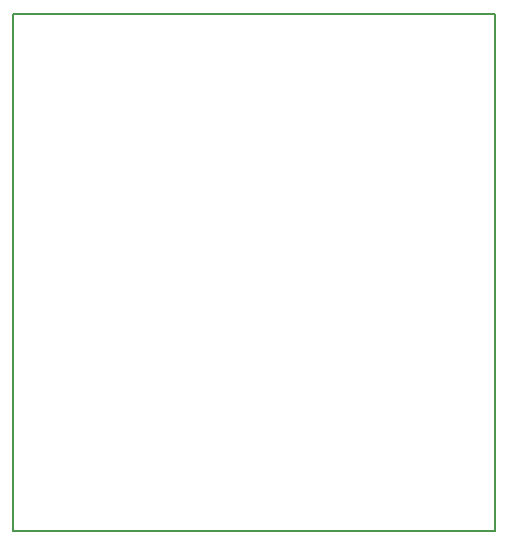
<source format=gm1>
G04 MADE WITH FRITZING*
G04 WWW.FRITZING.ORG*
G04 SINGLE SIDED*
G04 HOLES NOT PLATED*
G04 CONTOUR ON CENTER OF CONTOUR VECTOR*
%ASAXBY*%
%FSLAX23Y23*%
%MOIN*%
%OFA0B0*%
%SFA1.0B1.0*%
%ADD10R,1.614170X1.732280*%
%ADD11C,0.008000*%
%ADD10C,0.008*%
%LNCONTOUR*%
G90*
G70*
G54D10*
G54D11*
X4Y1728D02*
X1610Y1728D01*
X1610Y4D01*
X4Y4D01*
X4Y1728D01*
D02*
G04 End of contour*
M02*
</source>
